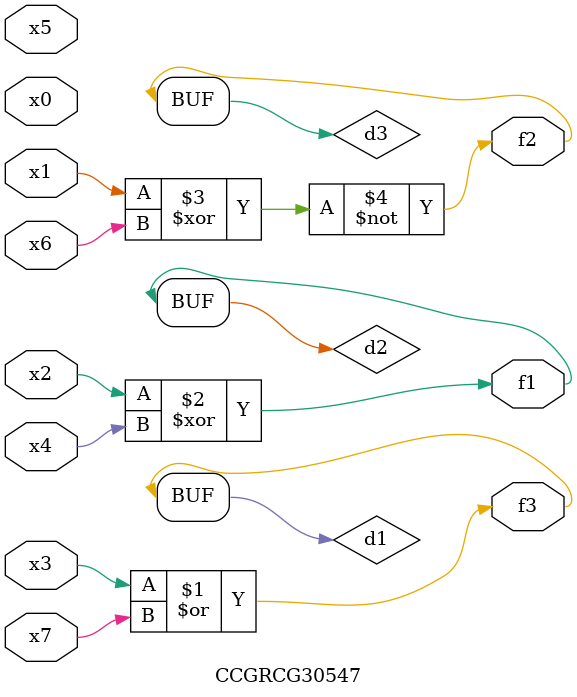
<source format=v>
module CCGRCG30547(
	input x0, x1, x2, x3, x4, x5, x6, x7,
	output f1, f2, f3
);

	wire d1, d2, d3;

	or (d1, x3, x7);
	xor (d2, x2, x4);
	xnor (d3, x1, x6);
	assign f1 = d2;
	assign f2 = d3;
	assign f3 = d1;
endmodule

</source>
